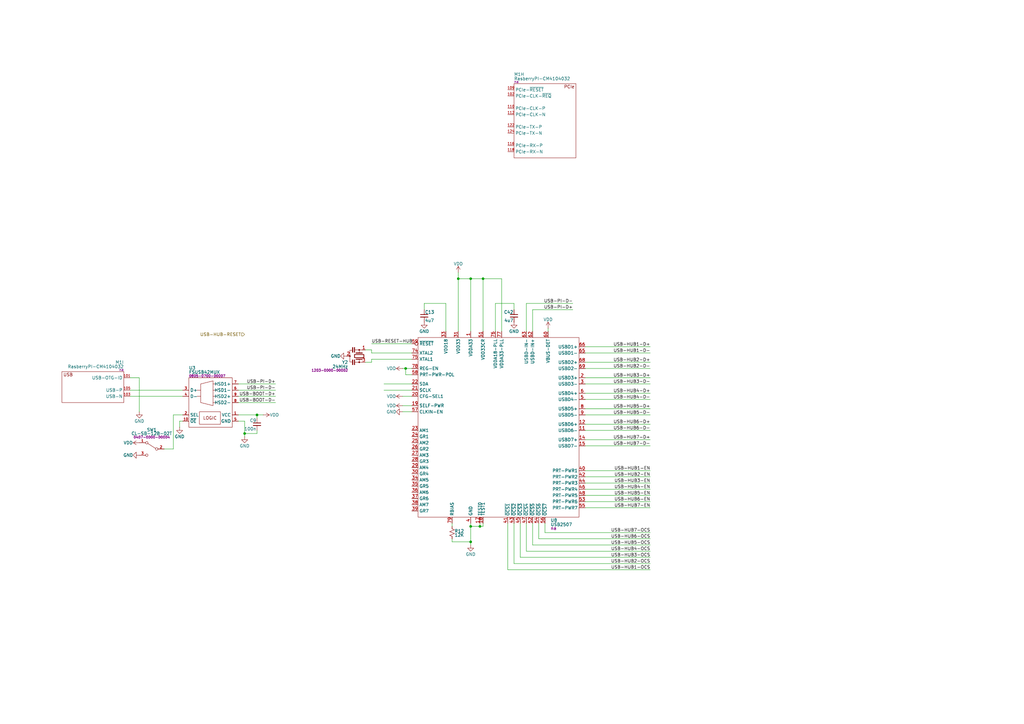
<source format=kicad_sch>
(kicad_sch (version 20231120) (generator "eeschema") (generator_version "8.0")
  (paper "A3")
  (title_block (title "Benchy Motherboard Ras PI - PCIe & USB") (rev "1") (company "Daxxn Industries"))
  (lib_symbols
    (symbol "DX_Control_Slide:CL-SB-12B-02T" (pin_names hide)
      (property "Reference" "SW" (at 0 7.874 0))
      (property "Value" "CL-SB-12B-02T" (at 0 6.35 0))
      (property "PartNumber" "0407-0000-00004" (at 0 4.826 0))
      (symbol "CL-SB-12B-02T_0_0"
        (circle (center -2.032 0) (radius 0.508))
        (circle (center 2.032 -2.54) (radius 0.508))
        (pin passive line (at 5.08 2.54 180) (length 2.54) (name "A") (number "1"))
        (pin passive line (at -5.08 0 0) (length 2.54) (name "COM") (number "2"))
        (pin passive line (at 5.08 -2.54 180) (length 2.54) (name "B") (number "3"))
      )
      (symbol "CL-SB-12B-02T_0_1"
        (polyline (pts (xy -1.524 0.254) (xy 1.651 2.286)))
        (circle (center 2.032 2.54) (radius 0.508))
      )
    )
    (symbol "DX_Device:C" (pin_numbers hide) (pin_names (offset 0.254) hide)
      (property "Reference" "C" (at 0.254 1.524 0))
      (property "Value" "C" (at 0.254 -1.905 0))
      (symbol "C_0_1"
        (polyline (pts (xy -1.524 -0.508) (xy 1.524 -0.508)) (stroke (width 0.3302)))
        (polyline (pts (xy -1.524 0.508) (xy 1.524 0.508)) (stroke (width 0.3048)))
      )
      (symbol "C_1_1"
        (pin passive line (at 0 2.54 270) (length 2.032) (name "~") (number "1"))
        (pin passive line (at 0 -2.54 90) (length 2.032) (name "~") (number "2"))
      )
    )
    (symbol "DX_Device:R" (pin_numbers hide) (pin_names (offset 0.254) hide)
      (property "Reference" "R" (at 1.016 0.635 0))
      (property "Value" "R" (at 1.016 -1.016 0))
      (symbol "R_1_1"
        (polyline (pts (xy 0 0) (xy 1.016 -0.381) (xy 0 -0.762) (xy -1.016 -1.143) (xy 0 -1.524)))
        (polyline (pts (xy 0 1.524) (xy 1.016 1.143) (xy 0 0.762) (xy -1.016 0.381) (xy 0 0)))
        (pin passive line (at 0 2.54 270) (length 1.016) (name "~") (number "1"))
        (pin passive line (at 0 -2.54 90) (length 1.016) (name "~") (number "2"))
      )
    )
    (symbol "DX_IC_Interface_USB:FSUSB42MUX"
      (property "Reference" "U" (at 0 4.064 0))
      (property "Value" "FSUSB42MUX" (at 0 2.286 0))
      (property "PartNumber" "0805-0700-00007" (at 0 0.762 0))
      (symbol "FSUSB42MUX_0_0"
        (pin power_in line (at 20.32 -15.24 180) (length 2.54) (name "VCC") (number "1"))
        (pin input line (at -2.54 -17.78 0) (length 2.54) (name "~{OE}") (number "10"))
        (pin input line (at -2.54 -15.24 0) (length 2.54) (name "SEL") (number "2"))
        (pin bidirectional line (at -2.54 -5.08 0) (length 2.54) (name "D+") (number "3"))
        (pin bidirectional line (at -2.54 -7.62 0) (length 2.54) (name "D-") (number "4"))
        (pin power_in line (at 20.32 -17.78 180) (length 2.54) (name "GND") (number "5"))
        (pin bidirectional line (at 20.32 -5.08 180) (length 2.54) (name "HSD1-") (number "6"))
        (pin bidirectional line (at 20.32 -2.54 180) (length 2.54) (name "HSD1+") (number "7"))
        (pin bidirectional line (at 20.32 -10.16 180) (length 2.54) (name "HSD2-") (number "8"))
        (pin bidirectional line (at 20.32 -7.62 180) (length 2.54) (name "HSD2+") (number "9"))
      )
      (symbol "FSUSB42MUX_0_1"
        (polyline (pts (xy 4.826 -7.62) (xy 3.302 -7.62)))
        (polyline (pts (xy 4.826 -5.08) (xy 3.302 -5.08)))
        (polyline (pts (xy 11.43 -10.16) (xy 9.906 -10.16)))
        (polyline (pts (xy 11.43 -7.62) (xy 9.906 -7.62)))
        (polyline (pts (xy 11.43 -5.08) (xy 9.906 -5.08)))
        (polyline (pts (xy 11.43 -2.54) (xy 9.906 -2.54)))
        (polyline (pts (xy 9.906 -1.27) (xy 9.906 -11.43) (xy 4.826 -10.16) (xy 4.826 -2.54) (xy 9.906 -1.27)))
        (rectangle (start 0 0) (end 17.78 -20.32))
        (rectangle (start 4.318 -13.97) (end 12.954 -19.05))
      )
      (symbol "FSUSB42MUX_1_1"
        (text "LOGIC" (at 8.636 -16.51 0) (effects (font (size 1.27 1.27))))
      )
    )
    (symbol "DX_IC_Interface_USB:USB2507"
      (property "Reference" "U" (at 21.336 -39.37 0))
      (property "Value" "USB2507" (at 21.336 -41.148 0))
      (property "PartNumber" "na" (at 21.336 -42.672 0))
      (symbol "USB2507_0_0"
        (pin power_in line (at -11.43 38.1 270) (length 2.54) (name "VDDA33") (number "1"))
        (pin power_in line (at -11.43 -40.64 90) (length 2.54) hide (name "GND") (number "10"))
        (pin bidirectional line (at 35.56 -2.54 180) (length 2.54) (name "USBD6-") (number "11"))
        (pin bidirectional line (at 35.56 0 180) (length 2.54) (name "USBD6+") (number "12"))
        (pin power_in line (at -11.43 38.1 270) (length 2.54) hide (name "VDDA33") (number "13"))
        (pin bidirectional line (at 35.56 -6.35 180) (length 2.54) (name "USBD7+") (number "14"))
        (pin bidirectional line (at 35.56 -8.89 180) (length 2.54) (name "USBD7-") (number "15"))
        (pin power_in line (at -11.43 -40.64 90) (length 2.54) hide (name "GND") (number "16"))
        (pin free line (at -7.62 -40.64 90) (length 2.54) (name "TEST0") (number "17"))
        (pin free line (at -6.35 -40.64 90) (length 2.54) (name "TEST1") (number "18"))
        (pin input line (at -35.56 7.62 0) (length 2.54) (name "SELF-PWR") (number "19"))
        (pin bidirectional line (at 35.56 19.05 180) (length 2.54) (name "USBD3+") (number "2"))
        (pin input line (at -35.56 11.43 0) (length 2.54) (name "CFG-SEL1") (number "20"))
        (pin bidirectional line (at -35.56 13.97 0) (length 2.54) (name "SCLK") (number "21"))
        (pin bidirectional line (at -35.56 16.51 0) (length 2.54) (name "SDA") (number "22"))
        (pin output line (at -35.56 -2.54 0) (length 2.54) (name "AM1") (number "23"))
        (pin output line (at -35.56 -5.08 0) (length 2.54) (name "GR1") (number "24"))
        (pin output line (at -35.56 -7.62 0) (length 2.54) (name "AM2") (number "25"))
        (pin output line (at -35.56 -10.16 0) (length 2.54) (name "GR2") (number "26"))
        (pin output line (at -35.56 -12.7 0) (length 2.54) (name "AM3") (number "27"))
        (pin output line (at -35.56 -15.24 0) (length 2.54) (name "GR3") (number "28"))
        (pin output line (at -35.56 -17.78 0) (length 2.54) (name "AM4") (number "29"))
        (pin bidirectional line (at 35.56 16.51 180) (length 2.54) (name "USBD3-") (number "3"))
        (pin output line (at -35.56 -20.32 0) (length 2.54) (name "GR4") (number "30"))
        (pin power_in line (at -16.51 38.1 270) (length 2.54) (name "VDD33") (number "31"))
        (pin power_in line (at -11.43 -40.64 90) (length 2.54) hide (name "GND") (number "32"))
        (pin power_in line (at -21.59 38.1 270) (length 2.54) (name "VDD18") (number "33"))
        (pin output line (at -35.56 -22.86 0) (length 2.54) (name "AM5") (number "34"))
        (pin output line (at -35.56 -25.4 0) (length 2.54) (name "GR5") (number "35"))
        (pin output line (at -35.56 -27.94 0) (length 2.54) (name "AM6") (number "36"))
        (pin output line (at -35.56 -30.48 0) (length 2.54) (name "GR6") (number "37"))
        (pin output line (at -35.56 -33.02 0) (length 2.54) (name "AM7") (number "38"))
        (pin output line (at -35.56 -35.56 0) (length 2.54) (name "GR7") (number "39"))
        (pin power_in line (at -11.43 -40.64 90) (length 2.54) (name "GND") (number "4"))
        (pin output line (at 35.56 -19.05 180) (length 2.54) (name "PRT-PWR1") (number "40"))
        (pin input line (at 3.81 -40.64 90) (length 2.54) (name "~{OCS1}") (number "41"))
        (pin output line (at 35.56 -21.59 180) (length 2.54) (name "PRT-PWR2") (number "42"))
        (pin input line (at 6.35 -40.64 90) (length 2.54) (name "~{OCS2}") (number "43"))
        (pin output line (at 35.56 -24.13 180) (length 2.54) (name "PRT-PWR3") (number "44"))
        (pin input line (at 8.89 -40.64 90) (length 2.54) (name "~{OCS3}") (number "45"))
        (pin output line (at 35.56 -26.67 180) (length 2.54) (name "PRT-PWR4") (number "46"))
        (pin input line (at 11.43 -40.64 90) (length 2.54) (name "~{OCS4}") (number "47"))
        (pin output line (at 35.56 -29.21 180) (length 2.54) (name "PRT-PWR5") (number "48"))
        (pin power_in line (at -11.43 -40.64 90) (length 2.54) hide (name "GND") (number "49"))
        (pin bidirectional line (at 35.56 10.16 180) (length 2.54) (name "USBD4-") (number "5"))
        (pin power_in line (at -21.59 38.1 270) (length 2.54) hide (name "VDD18") (number "50"))
        (pin power_in line (at -6.35 38.1 270) (length 2.54) (name "VDD33CR") (number "51"))
        (pin input line (at 13.97 -40.64 90) (length 2.54) (name "~{OCS5}") (number "52"))
        (pin output line (at 35.56 -31.75 180) (length 2.54) (name "PRT-PWR6") (number "53"))
        (pin input line (at 16.51 -40.64 90) (length 2.54) (name "~{OCS6}") (number "54"))
        (pin output line (at 35.56 -34.29 180) (length 2.54) (name "PRT-PWR7") (number "55"))
        (pin input line (at 19.05 -40.64 90) (length 2.54) (name "~{OCS7}") (number "56"))
        (pin input line (at -35.56 5.08 0) (length 2.54) (name "CLKIN-EN") (number "57"))
        (pin input line (at -35.56 20.32 0) (length 2.54) (name "PRT-PWR-POL") (number "58"))
        (pin input inverted (at -35.56 33.02 0) (length 2.54) (name "~{RESET}") (number "59"))
        (pin bidirectional line (at 35.56 12.7 180) (length 2.54) (name "USBD4+") (number "6"))
        (pin input line (at 20.32 38.1 270) (length 2.54) (name "VBUS-DET") (number "60"))
        (pin power_in line (at -11.43 38.1 270) (length 2.54) hide (name "VDDA33") (number "61"))
        (pin bidirectional line (at 13.97 38.1 270) (length 2.54) (name "USBD-IN+") (number "62"))
        (pin bidirectional line (at 11.43 38.1 270) (length 2.54) (name "USBD-IN-") (number "63"))
        (pin power_in line (at -11.43 -40.64 90) (length 2.54) hide (name "GND") (number "64"))
        (pin bidirectional line (at 35.56 29.21 180) (length 2.54) (name "USBD1-") (number "65"))
        (pin bidirectional line (at 35.56 31.75 180) (length 2.54) (name "USBD1+") (number "66"))
        (pin power_in line (at -11.43 38.1 270) (length 2.54) hide (name "VDDA33") (number "67"))
        (pin bidirectional line (at 35.56 25.4 180) (length 2.54) (name "USBD2+") (number "68"))
        (pin bidirectional line (at 35.56 22.86 180) (length 2.54) (name "USBD2-") (number "69"))
        (pin power_in line (at -11.43 38.1 270) (length 2.54) hide (name "VDDA33") (number "7"))
        (pin power_in line (at -11.43 -40.64 90) (length 2.54) hide (name "GND") (number "70"))
        (pin power_in line (at -11.43 -40.64 90) (length 2.54) hide (name "GND") (number "71"))
        (pin power_in line (at -21.59 38.1 270) (length 2.54) hide (name "VDD18") (number "72"))
        (pin power_in line (at -11.43 -40.64 90) (length 2.54) hide (name "GND") (number "73"))
        (pin input line (at -35.56 29.21 0) (length 2.54) (name "XTAL2") (number "74"))
        (pin input line (at -35.56 26.67 0) (length 2.54) (name "XTAL1") (number "75"))
        (pin power_in line (at -1.27 38.1 270) (length 2.54) (name "VDDA18-PLL") (number "76"))
        (pin power_in line (at 1.27 38.1 270) (length 2.54) (name "VDDA33-PLL") (number "77"))
        (pin input line (at -35.56 22.86 0) (length 2.54) (name "REG-EN") (number "78"))
        (pin power_out line (at -19.05 -40.64 90) (length 2.54) (name "RBIAS") (number "79"))
        (pin bidirectional line (at 35.56 6.35 180) (length 2.54) (name "USBD5+") (number "8"))
        (pin power_in line (at -11.43 -40.64 90) (length 2.54) hide (name "GND") (number "80"))
        (pin bidirectional line (at 35.56 3.81 180) (length 2.54) (name "USBD5-") (number "9"))
      )
      (symbol "USB2507_0_1"
        (rectangle (start -33.02 35.56) (end 33.02 -38.1))
      )
    )
    (symbol "DX_Module_PI:RPI-CM4104032"
      (property "Reference" "M" (at 0 3.81 0))
      (property "Value" "RasberryPI-CM4104032" (at 0 2.032 0))
      (property "PartNumber" "na" (at 0 0.762 0))
      (symbol "RPI-CM4104032_1_0"
        (pin power_in line (at -2.54 -48.26 0) (length 2.54) (name "GND") (number "1"))
        (pin input line (at 53.34 -2.54 180) (length 2.54) (name "~{EXT-RESET}") (number "100"))
        (pin no_connect line (at 20.32 -15.24 0) (length 2.54) hide (name "Reserved") (number "104"))
        (pin no_connect line (at 20.32 -17.78 0) (length 2.54) hide (name "Reserved") (number "106"))
        (pin power_in line (at -2.54 -48.26 0) (length 2.54) hide (name "GND") (number "107"))
        (pin power_in line (at -2.54 -48.26 0) (length 2.54) hide (name "GND") (number "108"))
        (pin bidirectional line (at -2.54 -30.48 0) (length 2.54) (name "VDAC-COMP") (number "111"))
        (pin power_in line (at -2.54 -48.26 0) (length 2.54) hide (name "GND") (number "113"))
        (pin power_in line (at -2.54 -48.26 0) (length 2.54) hide (name "GND") (number "114"))
        (pin power_in line (at -2.54 -48.26 0) (length 2.54) hide (name "GND") (number "119"))
        (pin power_in line (at -2.54 -48.26 0) (length 2.54) hide (name "GND") (number "120"))
        (pin power_in line (at -2.54 -48.26 0) (length 2.54) hide (name "GND") (number "125"))
        (pin power_in line (at -2.54 -48.26 0) (length 2.54) hide (name "GND") (number "126"))
        (pin power_in line (at -2.54 -48.26 0) (length 2.54) hide (name "GND") (number "13"))
        (pin power_in line (at -2.54 -48.26 0) (length 2.54) hide (name "GND") (number "131"))
        (pin power_in line (at -2.54 -48.26 0) (length 2.54) hide (name "GND") (number "132"))
        (pin power_in line (at -2.54 -48.26 0) (length 2.54) hide (name "GND") (number "137"))
        (pin power_in line (at -2.54 -48.26 0) (length 2.54) hide (name "GND") (number "138"))
        (pin power_in line (at -2.54 -48.26 0) (length 2.54) hide (name "GND") (number "14"))
        (pin power_in line (at -2.54 -48.26 0) (length 2.54) hide (name "GND") (number "144"))
        (pin power_in line (at -2.54 -48.26 0) (length 2.54) hide (name "GND") (number "150"))
        (pin power_in line (at -2.54 -48.26 0) (length 2.54) hide (name "GND") (number "155"))
        (pin power_in line (at -2.54 -48.26 0) (length 2.54) hide (name "GND") (number "156"))
        (pin power_in line (at -2.54 -48.26 0) (length 2.54) hide (name "GND") (number "161"))
        (pin power_in line (at -2.54 -48.26 0) (length 2.54) hide (name "GND") (number "162"))
        (pin power_in line (at -2.54 -48.26 0) (length 2.54) hide (name "GND") (number "167"))
        (pin power_in line (at -2.54 -48.26 0) (length 2.54) hide (name "GND") (number "168"))
        (pin power_in line (at -2.54 -48.26 0) (length 2.54) hide (name "GND") (number "173"))
        (pin power_in line (at -2.54 -48.26 0) (length 2.54) hide (name "GND") (number "174"))
        (pin power_in line (at -2.54 -48.26 0) (length 2.54) hide (name "GND") (number "179"))
        (pin power_in line (at -2.54 -48.26 0) (length 2.54) hide (name "GND") (number "180"))
        (pin power_in line (at -2.54 -48.26 0) (length 2.54) hide (name "GND") (number "185"))
        (pin power_in line (at -2.54 -48.26 0) (length 2.54) hide (name "GND") (number "186"))
        (pin power_in line (at -2.54 -48.26 0) (length 2.54) hide (name "GND") (number "191"))
        (pin power_in line (at -2.54 -48.26 0) (length 2.54) hide (name "GND") (number "192"))
        (pin power_in line (at -2.54 -48.26 0) (length 2.54) hide (name "GND") (number "197"))
        (pin power_in line (at -2.54 -48.26 0) (length 2.54) hide (name "GND") (number "198"))
        (pin power_in line (at -2.54 -48.26 0) (length 2.54) hide (name "GND") (number "2"))
        (pin output line (at 53.34 -40.64 180) (length 2.54) (name "EEPROM-~{WP}") (number "20"))
        (pin output line (at 53.34 -35.56 180) (length 2.54) (name "PI-~{LED-ACT}") (number "21"))
        (pin power_in line (at -2.54 -48.26 0) (length 2.54) hide (name "GND") (number "22"))
        (pin power_in line (at -2.54 -48.26 0) (length 2.54) hide (name "GND") (number "23"))
        (pin power_in line (at -2.54 -48.26 0) (length 2.54) hide (name "GND") (number "32"))
        (pin power_in line (at -2.54 -48.26 0) (length 2.54) hide (name "GND") (number "33"))
        (pin power_in line (at -2.54 -48.26 0) (length 2.54) hide (name "GND") (number "42"))
        (pin power_in line (at -2.54 -48.26 0) (length 2.54) hide (name "GND") (number "43"))
        (pin power_in line (at -2.54 -48.26 0) (length 2.54) hide (name "GND") (number "52"))
        (pin power_in line (at -2.54 -48.26 0) (length 2.54) hide (name "GND") (number "53"))
        (pin power_in line (at -2.54 -48.26 0) (length 2.54) hide (name "GND") (number "59"))
        (pin power_in line (at -2.54 -48.26 0) (length 2.54) hide (name "GND") (number "60"))
        (pin power_in line (at -2.54 -48.26 0) (length 2.54) hide (name "GND") (number "65"))
        (pin power_in line (at -2.54 -48.26 0) (length 2.54) hide (name "GND") (number "66"))
        (pin power_in line (at -2.54 -48.26 0) (length 2.54) hide (name "GND") (number "7"))
        (pin power_in line (at -2.54 -48.26 0) (length 2.54) hide (name "GND") (number "71"))
        (pin input line (at -2.54 -35.56 0) (length 2.54) (name "SD-VDD-OVERRIDE") (number "73"))
        (pin power_in line (at -2.54 -48.26 0) (length 2.54) hide (name "GND") (number "74"))
        (pin input line (at -2.54 -38.1 0) (length 2.54) (name "SD-PWR-ON") (number "75"))
        (pin no_connect line (at 20.32 -12.7 0) (length 2.54) hide (name "Reserved") (number "76"))
        (pin power_in line (at -2.54 -2.54 0) (length 2.54) hide (name "+5VIN") (number "77"))
        (pin input line (at -2.54 -17.78 0) (length 2.54) (name "GPIO-VREF") (number "78"))
        (pin power_in line (at -2.54 -2.54 0) (length 2.54) (name "+5VIN") (number "79"))
        (pin power_in line (at -2.54 -48.26 0) (length 2.54) hide (name "GND") (number "8"))
        (pin power_in line (at -2.54 -2.54 0) (length 2.54) hide (name "+5VIN") (number "81"))
        (pin power_in line (at -2.54 -2.54 0) (length 2.54) hide (name "+5VIN") (number "83"))
        (pin power_out line (at -2.54 -7.62 0) (length 2.54) (name "CM4-3.3V") (number "84"))
        (pin power_in line (at -2.54 -2.54 0) (length 2.54) hide (name "+5VIN") (number "85"))
        (pin power_out line (at -2.54 -7.62 0) (length 2.54) hide (name "CM4-3.3V") (number "86"))
        (pin power_in line (at -2.54 -2.54 0) (length 2.54) hide (name "+5VIN") (number "87"))
        (pin power_out line (at -2.54 -12.7 0) (length 2.54) (name "CM4-1.8V") (number "88"))
        (pin input line (at 53.34 -7.62 180) (length 2.54) (name "WL-~{DISABLE}") (number "89"))
        (pin power_out line (at -2.54 -12.7 0) (length 2.54) hide (name "CM4-1.8V") (number "90"))
        (pin input line (at 53.34 -10.16 180) (length 2.54) (name "BT-~{Disable}") (number "91"))
        (pin bidirectional line (at 53.34 -17.78 180) (length 2.54) (name "RUN-PG") (number "92"))
        (pin input line (at 53.34 -15.24 180) (length 2.54) (name "~{RPIBOOT}") (number "93"))
        (pin input line (at 53.34 -50.8 180) (length 2.54) (name "AnalogIP1") (number "94"))
        (pin input line (at 53.34 -33.02 180) (length 2.54) (name "PI-LED-~{PWR}") (number "95"))
        (pin input line (at 53.34 -48.26 180) (length 2.54) (name "AnalogIP0") (number "96"))
        (pin input line (at 53.34 -27.94 180) (length 2.54) (name "Camera-GPIO") (number "97"))
        (pin power_in line (at -2.54 -48.26 0) (length 2.54) hide (name "GND") (number "98"))
        (pin input line (at 53.34 -22.86 180) (length 2.54) (name "GLOBAL-EN") (number "99"))
        (pin power_in line (at -2.54 -50.8 0) (length 2.54) (name "SHIELD") (number "SH"))
      )
      (symbol "RPI-CM4104032_1_1"
        (rectangle (start 0 0) (end 50.8 -53.34))
        (text "POWER\n&\nCONTROL" (at 25.4 -3.556 0) (effects (font (size 1.27 1.27))))
      )
      (symbol "RPI-CM4104032_2_0"
        (pin output line (at -2.54 -25.4 0) (length 2.54) (name "SD-CLK") (number "57"))
        (pin bidirectional line (at -2.54 -10.16 0) (length 2.54) (name "SD-DAT3") (number "61"))
        (pin output line (at -2.54 -27.94 0) (length 2.54) (name "SD-CMD") (number "62"))
        (pin bidirectional line (at -2.54 -2.54 0) (length 2.54) (name "SD-DAT0") (number "63"))
        (pin bidirectional line (at -2.54 -15.24 0) (length 2.54) (name "SD-DAT5") (number "64"))
        (pin bidirectional line (at -2.54 -5.08 0) (length 2.54) (name "SD-DAT1") (number "67"))
        (pin bidirectional line (at -2.54 -12.7 0) (length 2.54) (name "SD-DAT4") (number "68"))
        (pin bidirectional line (at -2.54 -7.62 0) (length 2.54) (name "SD-DAT2") (number "69"))
        (pin bidirectional line (at -2.54 -20.32 0) (length 2.54) (name "SD-DAT7") (number "70"))
        (pin bidirectional line (at -2.54 -17.78 0) (length 2.54) (name "SD-DAT6") (number "72"))
      )
      (symbol "RPI-CM4104032_2_1"
        (rectangle (start 0 0) (end 25.4 -30.48))
        (text "ONLY FOR THE CM4Lite (NO STORAGE)" (at 12.7 -29.718 0) (effects (font (size 0.8 0.8))))
        (text "SDCARD\neMMC" (at 24.892 -2.54 0) (effects (font (size 1.27 1.27)) (justify right)))
      )
      (symbol "RPI-CM4104032_3_0"
        (pin bidirectional line (at -2.54 -5.08 0) (length 2.54) (name "ETH-P0-N") (number "10"))
        (pin bidirectional line (at -2.54 -17.78 0) (length 2.54) (name "ETH-P2-P") (number "11"))
        (pin bidirectional line (at -2.54 -2.54 0) (length 2.54) (name "ETH-P0-P") (number "12"))
        (pin output line (at -2.54 -45.72 0) (length 2.54) (name "ETH-~{LED3}") (number "15"))
        (pin input line (at -2.54 -33.02 0) (length 2.54) (name "ETH-SYNC-IN") (number "16"))
        (pin output line (at -2.54 -43.18 0) (length 2.54) (name "ETH-~{LED2}") (number "17"))
        (pin output line (at -2.54 -35.56 0) (length 2.54) (name "ETH-SYNC-OUT") (number "18"))
        (pin output line (at -2.54 -40.64 0) (length 2.54) (name "ETH-~{LED1}") (number "19"))
        (pin bidirectional line (at -2.54 -25.4 0) (length 2.54) (name "ETH-P3-P") (number "3"))
        (pin bidirectional line (at -2.54 -10.16 0) (length 2.54) (name "ETH-P1-P") (number "4"))
        (pin bidirectional line (at -2.54 -27.94 0) (length 2.54) (name "ETH-P3-N") (number "5"))
        (pin bidirectional line (at -2.54 -12.7 0) (length 2.54) (name "ETH-P1-N") (number "6"))
        (pin bidirectional line (at -2.54 -20.32 0) (length 2.54) (name "ETH-P2-N") (number "9"))
      )
      (symbol "RPI-CM4104032_3_1"
        (rectangle (start 0 0) (end 25.4 -48.26))
        (text "ETHERNET PHY" (at 24.892 -1.524 0) (effects (font (size 1.27 1.27)) (justify right)))
      )
      (symbol "RPI-CM4104032_4_0"
        (pin bidirectional line (at -2.54 -68.58 0) (length 2.54) (name "GPIO26") (number "24"))
        (pin bidirectional line (at -2.54 -55.88 0) (length 2.54) (name "GPIO21") (number "25") (alternate "SPI6_SCLK" bidirectional line))
        (pin bidirectional line (at -2.54 -50.8 0) (length 2.54) (name "GPIO19") (number "26") (alternate "PWM0_1" bidirectional line) (alternate "SPI6_MISO" bidirectional line))
        (pin bidirectional line (at -2.54 -53.34 0) (length 2.54) (name "GPIO20") (number "27") (alternate "SPI6_MOSI" bidirectional line))
        (pin bidirectional line (at -2.54 -35.56 0) (length 2.54) (name "GPIO13") (number "28") (alternate "PWM0_1" bidirectional line))
        (pin bidirectional line (at -2.54 -43.18 0) (length 2.54) (name "GPIO16") (number "29"))
        (pin bidirectional line (at -2.54 -17.78 0) (length 2.54) (name "GPIO6") (number "30"))
        (pin bidirectional line (at -2.54 -33.02 0) (length 2.54) (name "GPIO12") (number "31") (alternate "PWM0_0" bidirectional line))
        (pin bidirectional line (at -2.54 -15.24 0) (length 2.54) (name "GPIO5") (number "34") (alternate "RXD3" bidirectional line))
        (pin output line (at -2.54 -76.2 0) (length 2.54) (name "ID-SC") (number "35"))
        (pin bidirectional line (at -2.54 -78.74 0) (length 2.54) (name "ID-SD") (number "36"))
        (pin bidirectional line (at -2.54 -20.32 0) (length 2.54) (name "GPIO7") (number "37"))
        (pin bidirectional line (at -2.54 -30.48 0) (length 2.54) (name "GPIO11") (number "38"))
        (pin bidirectional line (at -2.54 -22.86 0) (length 2.54) (name "GPIO8") (number "39") (alternate "TXD4" bidirectional line))
        (pin bidirectional line (at -2.54 -25.4 0) (length 2.54) (name "GPIO9") (number "40") (alternate "RXD4" bidirectional line))
        (pin bidirectional line (at -2.54 -66.04 0) (length 2.54) (name "GPIO25") (number "41"))
        (pin bidirectional line (at -2.54 -27.94 0) (length 2.54) (name "GPIO10") (number "44"))
        (pin bidirectional line (at -2.54 -63.5 0) (length 2.54) (name "GPIO24") (number "45"))
        (pin bidirectional line (at -2.54 -58.42 0) (length 2.54) (name "GPIO22") (number "46"))
        (pin bidirectional line (at -2.54 -60.96 0) (length 2.54) (name "GPIO23") (number "47"))
        (pin bidirectional line (at -2.54 -71.12 0) (length 2.54) (name "GPIO27") (number "48"))
        (pin bidirectional line (at -2.54 -48.26 0) (length 2.54) (name "GPIO18") (number "49") (alternate "PWM0_0" bidirectional line) (alternate "SPI6_CE0_N" bidirectional line))
        (pin bidirectional line (at -2.54 -45.72 0) (length 2.54) (name "GPIO17") (number "50"))
        (pin bidirectional line (at -2.54 -40.64 0) (length 2.54) (name "GPIO15") (number "51") (alternate "RXD0" bidirectional line))
        (pin bidirectional line (at -2.54 -12.7 0) (length 2.54) (name "GPIO4") (number "54") (alternate "TXD3" bidirectional line))
        (pin bidirectional line (at -2.54 -38.1 0) (length 2.54) (name "GPIO14") (number "55") (alternate "TXD0" bidirectional line))
        (pin bidirectional line (at -2.54 -10.16 0) (length 2.54) (name "GPIO3") (number "56"))
        (pin bidirectional line (at -2.54 -7.62 0) (length 2.54) (name "GPIO2") (number "58"))
        (pin bidirectional line (at -2.54 -5.08 0) (length 2.54) (name "GPIO1") (number "80") (alternate "SCL0" bidirectional line))
        (pin bidirectional line (at -2.54 -2.54 0) (length 2.54) (name "GPIO0") (number "82") (alternate "SDA0" bidirectional line))
      )
      (symbol "RPI-CM4104032_4_1"
        (rectangle (start 0 0) (end 25.4 -86.36))
        (text "GPIO" (at 24.892 -1.524 0) (effects (font (size 1.27 1.27)) (justify right)))
      )
      (symbol "RPI-CM4104032_5_0"
        (pin bidirectional line (at -2.54 -27.94 0) (length 2.54) (name "CAM1-D0-N") (number "115"))
        (pin bidirectional line (at -2.54 -25.4 0) (length 2.54) (name "CAM1-D0-P") (number "117"))
        (pin bidirectional line (at -2.54 -35.56 0) (length 2.54) (name "CAM1-D1-N") (number "121"))
        (pin bidirectional line (at -2.54 -33.02 0) (length 2.54) (name "CAM1-D1-P") (number "123"))
        (pin bidirectional line (at -2.54 -58.42 0) (length 2.54) (name "CAM1-C-N") (number "127"))
        (pin bidirectional line (at -2.54 -5.08 0) (length 2.54) (name "CAM0-D0-N") (number "128"))
        (pin bidirectional line (at -2.54 -55.88 0) (length 2.54) (name "CAM1-C-P") (number "129"))
        (pin bidirectional line (at -2.54 -2.54 0) (length 2.54) (name "CAM0-D0-P") (number "130"))
        (pin bidirectional line (at -2.54 -43.18 0) (length 2.54) (name "CAM1-D2-N") (number "133"))
        (pin bidirectional line (at -2.54 -12.7 0) (length 2.54) (name "CAM0-D1-N") (number "134"))
        (pin bidirectional line (at -2.54 -40.64 0) (length 2.54) (name "CAM1-D2-P") (number "135"))
        (pin bidirectional line (at -2.54 -10.16 0) (length 2.54) (name "CAM0-D1-P") (number "136"))
        (pin bidirectional line (at -2.54 -50.8 0) (length 2.54) (name "CAM1-D3-N") (number "139"))
        (pin bidirectional line (at -2.54 -20.32 0) (length 2.54) (name "CAM0-C-N") (number "140"))
        (pin bidirectional line (at -2.54 -48.26 0) (length 2.54) (name "CAM1-D3-P") (number "141"))
        (pin bidirectional line (at -2.54 -17.78 0) (length 2.54) (name "CAM0-C-P") (number "142"))
      )
      (symbol "RPI-CM4104032_5_1"
        (rectangle (start 0 0) (end 25.4 -60.96))
        (text "CAMERAS" (at 24.892 -1.524 0) (effects (font (size 1.27 1.27)) (justify right)))
      )
      (symbol "RPI-CM4104032_6_0"
        (pin bidirectional line (at -2.54 -12.7 0) (length 2.54) (name "DSI0-D0-N") (number "157"))
        (pin bidirectional line (at -2.54 -10.16 0) (length 2.54) (name "DSI0-D0-P") (number "159"))
        (pin bidirectional line (at -2.54 -20.32 0) (length 2.54) (name "DSI0-D1-N") (number "163"))
        (pin bidirectional line (at -2.54 -17.78 0) (length 2.54) (name "DSI0-D1-P") (number "165"))
        (pin output line (at -2.54 -5.08 0) (length 2.54) (name "DSI0-C-N") (number "169"))
        (pin output line (at -2.54 -2.54 0) (length 2.54) (name "DSI0-C-P") (number "171"))
        (pin bidirectional line (at -2.54 -35.56 0) (length 2.54) (name "DSI1-D0-N") (number "175"))
        (pin bidirectional line (at -2.54 -33.02 0) (length 2.54) (name "DSI1-D0-P") (number "177"))
        (pin bidirectional line (at -2.54 -43.18 0) (length 2.54) (name "DSI1-D1-N") (number "181"))
        (pin bidirectional line (at -2.54 -40.64 0) (length 2.54) (name "DSI1-D1-P") (number "183"))
        (pin output line (at -2.54 -27.94 0) (length 2.54) (name "DSI1-C-N") (number "187"))
        (pin output line (at -2.54 -25.4 0) (length 2.54) (name "DSI1-C-P") (number "189"))
        (pin bidirectional line (at -2.54 -50.8 0) (length 2.54) (name "DSI1-D2-N") (number "193"))
        (pin bidirectional line (at -2.54 -58.42 0) (length 2.54) (name "DSI1-D3-N") (number "194"))
        (pin bidirectional line (at -2.54 -48.26 0) (length 2.54) (name "DSI1-D2-P") (number "195"))
        (pin bidirectional line (at -2.54 -55.88 0) (length 2.54) (name "DSI1-D3-P") (number "196"))
      )
      (symbol "RPI-CM4104032_6_1"
        (rectangle (start 0 0) (end 25.4 -60.96))
        (text "DSI" (at 24.892 -1.524 0) (effects (font (size 1.27 1.27)) (justify right)))
      )
      (symbol "RPI-CM4104032_7_0"
        (pin input line (at 53.34 -33.02 180) (length 2.54) (name "HDMI1-HOTPLUG") (number "143"))
        (pin bidirectional line (at 53.34 -40.64 180) (length 2.54) (name "HDMI1-SDA") (number "145"))
        (pin bidirectional line (at 53.34 -25.4 180) (length 2.54) (name "HDMI1-TX2-P") (number "146"))
        (pin bidirectional line (at 53.34 -38.1 180) (length 2.54) (name "HDMI1-SCL") (number "147"))
        (pin bidirectional line (at 53.34 -27.94 180) (length 2.54) (name "HDMI1-TX2-N") (number "148"))
        (pin bidirectional line (at 53.34 -35.56 180) (length 2.54) (name "HDMI1-CEC") (number "149"))
        (pin bidirectional line (at -2.54 -35.56 0) (length 2.54) (name "HDMI0-CEC") (number "151"))
        (pin bidirectional line (at 53.34 -17.78 180) (length 2.54) (name "HDMI1-TX1-P") (number "152"))
        (pin input line (at -2.54 -33.02 0) (length 2.54) (name "HDMI0-HOTPLUG") (number "153"))
        (pin bidirectional line (at 53.34 -20.32 180) (length 2.54) (name "HDMI1-TX1-N") (number "154"))
        (pin bidirectional line (at 53.34 -10.16 180) (length 2.54) (name "HDMI1-TX0-P") (number "158"))
        (pin bidirectional line (at 53.34 -12.7 180) (length 2.54) (name "HDMI1-TX0-N") (number "160"))
        (pin bidirectional line (at 53.34 -2.54 180) (length 2.54) (name "HDMI1-CLK-P") (number "164"))
        (pin bidirectional line (at 53.34 -5.08 180) (length 2.54) (name "HDMI1-CLK-N") (number "166"))
        (pin bidirectional line (at -2.54 -25.4 0) (length 2.54) (name "HDMI0-TX2-P") (number "170"))
        (pin bidirectional line (at -2.54 -27.94 0) (length 2.54) (name "HDMI0-TX2-N") (number "172"))
        (pin bidirectional line (at -2.54 -17.78 0) (length 2.54) (name "HDMI0-TX1-P") (number "176"))
        (pin bidirectional line (at -2.54 -20.32 0) (length 2.54) (name "HDMI0-TX1-N") (number "178"))
        (pin bidirectional line (at -2.54 -10.16 0) (length 2.54) (name "HDMI0-TX0-P") (number "182"))
        (pin bidirectional line (at -2.54 -12.7 0) (length 2.54) (name "HDMI0-TX0-N") (number "184"))
        (pin bidirectional line (at -2.54 -2.54 0) (length 2.54) (name "HDMI0-CLK-P") (number "188"))
        (pin bidirectional line (at -2.54 -5.08 0) (length 2.54) (name "HDMI0-CLK-N") (number "190"))
        (pin bidirectional line (at -2.54 -40.64 0) (length 2.54) (name "HDMI0-SDA") (number "199"))
        (pin bidirectional line (at -2.54 -38.1 0) (length 2.54) (name "HDMI0-SCL") (number "200"))
      )
      (symbol "RPI-CM4104032_7_1"
        (rectangle (start 0 0) (end 50.8 -43.18))
        (text "HDMI" (at 25.4 -1.524 0) (effects (font (size 1.27 1.27))))
      )
      (symbol "RPI-CM4104032_8_0"
        (pin bidirectional line (at -2.54 -5.08 0) (length 2.54) (name "PCIe-CLK-~{REQ}") (number "102"))
        (pin output line (at -2.54 -2.54 0) (length 2.54) (name "PCIe-~{RESET}") (number "109"))
        (pin output line (at -2.54 -10.16 0) (length 2.54) (name "PCIe-CLK-P") (number "110"))
        (pin output line (at -2.54 -12.7 0) (length 2.54) (name "PCIe-CLK-N") (number "112"))
        (pin bidirectional line (at -2.54 -25.4 0) (length 2.54) (name "PCIe-RX-P") (number "116"))
        (pin bidirectional line (at -2.54 -27.94 0) (length 2.54) (name "PCIe-RX-N") (number "118"))
        (pin bidirectional line (at -2.54 -17.78 0) (length 2.54) (name "PCIe-TX-P") (number "122"))
        (pin bidirectional line (at -2.54 -20.32 0) (length 2.54) (name "PCIe-TX-N") (number "124"))
      )
      (symbol "RPI-CM4104032_8_1"
        (rectangle (start 0 0) (end 25.4 -30.48))
        (text "PCIe" (at 24.892 -1.27 0) (effects (font (size 1.27 1.27)) (justify right)))
      )
      (symbol "RPI-CM4104032_9_0"
        (pin input line (at -2.54 -2.54 0) (length 2.54) (name "USB-OTG-ID") (number "101"))
        (pin bidirectional line (at -2.54 -10.16 0) (length 2.54) (name "USB-N") (number "103"))
        (pin bidirectional line (at -2.54 -7.62 0) (length 2.54) (name "USB-P") (number "105"))
      )
      (symbol "RPI-CM4104032_9_1"
        (rectangle (start 0 0) (end 25.4 -12.7))
        (text "USB" (at 24.892 -1.27 0) (effects (font (size 1.27 1.27)) (justify right)))
      )
    )
    (symbol "DX_Oscillator_Resonator:CSTNE24M0VH3C000R0"
      (property "Reference" "Y" (at 4.318 0.762 0))
      (property "Value" "24MHz" (at 4.318 -1.016 0))
      (property "PartNumber" "1203-0000-00002" (at 4.318 -2.54 0))
      (symbol "CSTNE24M0VH3C000R0_0_1"
        (rectangle (start -3.556 -2.54) (end -1.524 -2.794) (fill (type outline)))
        (rectangle (start -3.556 -1.778) (end -1.524 -2.032) (fill (type outline)))
        (circle (center -2.54 0) (radius 0.254) (fill (type outline)))
        (rectangle (start -0.635 1.905) (end 0.635 -1.905) (stroke (width 0.3048)))
        (circle (center 0 -3.81) (radius 0.254) (fill (type outline)))
        (polyline (pts (xy -2.54 -1.778) (xy -2.54 0)))
        (polyline (pts (xy -2.54 0) (xy -1.397 0)))
        (polyline (pts (xy -2.54 1.27) (xy -2.54 0)))
        (polyline (pts (xy -1.27 -1.27) (xy -1.27 1.27)) (stroke (width 0.381)))
        (polyline (pts (xy 1.27 -1.27) (xy 1.27 1.27)) (stroke (width 0.381)))
        (polyline (pts (xy 1.27 0) (xy 2.54 0)))
        (polyline (pts (xy 2.54 0) (xy 2.54 -1.778)))
        (polyline (pts (xy 2.54 1.27) (xy 2.54 0)))
        (polyline (pts (xy 2.413 -2.794) (xy 2.413 -3.81) (xy -2.413 -3.81) (xy -2.413 -2.667)))
        (rectangle (start 1.524 -2.54) (end 3.556 -2.794) (fill (type outline)))
        (rectangle (start 1.524 -1.778) (end 3.556 -2.032) (fill (type outline)))
        (circle (center 2.54 0) (radius 0.254) (fill (type outline)))
      )
      (symbol "CSTNE24M0VH3C000R0_1_1"
        (pin passive line (at -2.54 2.54 270) (length 1.27) (name "1") (number "1"))
        (pin passive line (at 0 -5.08 90) (length 1.27) (name "2") (number "2"))
        (pin passive line (at 2.54 2.54 270) (length 1.27) (name "3") (number "3"))
      )
    )
    (symbol "power:GND" (power) (pin_numbers hide) (pin_names (offset 0) hide)
      (property "Value" "GND" (at 0 -3.81 0))
      (symbol "GND_0_1"
        (polyline (pts (xy 0 0) (xy 0 -1.27) (xy 1.27 -1.27) (xy 0 -2.54) (xy -1.27 -1.27) (xy 0 -1.27)))
      )
      (symbol "GND_1_1"
        (pin power_in line (at 0 0 270) (length 0) (name "~") (number "1"))
      )
    )
    (symbol "power:VDD" (power) (pin_numbers hide) (pin_names (offset 0) hide)
      (property "Value" "VDD" (at 0 3.556 0))
      (symbol "VDD_0_1"
        (polyline (pts (xy -0.762 1.27) (xy 0 2.54)))
        (polyline (pts (xy 0 0) (xy 0 2.54)))
        (polyline (pts (xy 0 2.54) (xy 0.762 1.27)))
      )
      (symbol "VDD_1_1"
        (pin power_in line (at 0 0 90) (length 0) (name "~") (number "1"))
      )
    )
  )
  (junction (at 166.37 151.13))
  (junction (at 196.85 215.9))
  (junction (at 193.04 222.25))
  (junction (at 100.33 177.8))
  (junction (at 193.04 114.3))
  (junction (at 193.04 215.9))
  (junction (at 187.96 114.3))
  (junction (at 198.12 114.3))
  (junction (at 105.41 170.18))
  (wire (pts (xy 223.52 218.44) (xy 266.7 218.44)))
  (wire (pts (xy 149.86 148.59) (xy 152.4 148.59)))
  (wire (pts (xy 193.04 215.9) (xy 193.04 214.63)))
  (wire (pts (xy 100.33 179.07) (xy 100.33 177.8)))
  (wire (pts (xy 198.12 114.3) (xy 193.04 114.3)))
  (wire (pts (xy 240.03 173.99) (xy 266.7 173.99)))
  (wire (pts (xy 240.03 151.13) (xy 266.7 151.13)))
  (wire (pts (xy 165.1 151.13) (xy 166.37 151.13)))
  (wire (pts (xy 224.79 135.89) (xy 224.79 134.62)))
  (wire (pts (xy 187.96 114.3) (xy 193.04 114.3)))
  (wire (pts (xy 187.96 111.76) (xy 187.96 114.3)))
  (wire (pts (xy 220.98 220.98) (xy 266.7 220.98)))
  (wire (pts (xy 100.33 172.72) (xy 97.79 172.72)))
  (wire (pts (xy 240.03 154.94) (xy 266.7 154.94)))
  (wire (pts (xy 213.36 228.6) (xy 266.7 228.6)))
  (wire (pts (xy 193.04 222.25) (xy 193.04 215.9)))
  (wire (pts (xy 113.03 160.02) (xy 97.79 160.02)))
  (wire (pts (xy 240.03 148.59) (xy 266.7 148.59)))
  (wire (pts (xy 198.12 214.63) (xy 198.12 215.9)))
  (wire (pts (xy 105.41 177.8) (xy 100.33 177.8)))
  (wire (pts (xy 240.03 144.78) (xy 266.7 144.78)))
  (wire (pts (xy 215.9 135.89) (xy 215.9 124.46)))
  (wire (pts (xy 165.1 162.56) (xy 168.91 162.56)))
  (wire (pts (xy 240.03 170.18) (xy 266.7 170.18)))
  (wire (pts (xy 220.98 214.63) (xy 220.98 220.98)))
  (wire (pts (xy 240.03 198.12) (xy 266.7 198.12)))
  (wire (pts (xy 152.4 148.59) (xy 152.4 147.32)))
  (wire (pts (xy 196.85 214.63) (xy 196.85 215.9)))
  (wire (pts (xy 165.1 168.91) (xy 168.91 168.91)))
  (wire (pts (xy 168.91 144.78) (xy 152.4 144.78)))
  (wire (pts (xy 196.85 215.9) (xy 198.12 215.9)))
  (wire (pts (xy 71.12 184.15) (xy 71.12 170.18)))
  (wire (pts (xy 168.91 153.67) (xy 166.37 153.67)))
  (wire (pts (xy 149.86 143.51) (xy 152.4 143.51)))
  (wire (pts (xy 157.48 157.48) (xy 168.91 157.48)))
  (wire (pts (xy 165.1 166.37) (xy 168.91 166.37)))
  (wire (pts (xy 185.42 222.25) (xy 193.04 222.25)))
  (wire (pts (xy 203.2 124.46) (xy 203.2 135.89)))
  (wire (pts (xy 113.03 157.48) (xy 97.79 157.48)))
  (wire (pts (xy 198.12 114.3) (xy 198.12 135.89)))
  (wire (pts (xy 74.93 172.72) (xy 73.66 172.72)))
  (wire (pts (xy 152.4 144.78) (xy 152.4 143.51)))
  (wire (pts (xy 218.44 127) (xy 218.44 135.89)))
  (wire (pts (xy 215.9 214.63) (xy 215.9 226.06)))
  (wire (pts (xy 240.03 161.29) (xy 266.7 161.29)))
  (wire (pts (xy 100.33 177.8) (xy 100.33 172.72)))
  (wire (pts (xy 113.03 162.56) (xy 97.79 162.56)))
  (wire (pts (xy 73.66 172.72) (xy 73.66 175.26)))
  (wire (pts (xy 240.03 163.83) (xy 266.7 163.83)))
  (wire (pts (xy 234.95 127) (xy 218.44 127)))
  (wire (pts (xy 152.4 140.97) (xy 168.91 140.97)))
  (wire (pts (xy 166.37 151.13) (xy 168.91 151.13)))
  (wire (pts (xy 210.82 214.63) (xy 210.82 231.14)))
  (wire (pts (xy 53.34 154.94) (xy 57.15 154.94)))
  (wire (pts (xy 213.36 214.63) (xy 213.36 228.6)))
  (wire (pts (xy 193.04 114.3) (xy 193.04 135.89)))
  (wire (pts (xy 210.82 124.46) (xy 203.2 124.46)))
  (wire (pts (xy 208.28 233.68) (xy 266.7 233.68)))
  (wire (pts (xy 107.95 170.18) (xy 105.41 170.18)))
  (wire (pts (xy 240.03 195.58) (xy 266.7 195.58)))
  (wire (pts (xy 113.03 165.1) (xy 97.79 165.1)))
  (wire (pts (xy 223.52 214.63) (xy 223.52 218.44)))
  (wire (pts (xy 105.41 170.18) (xy 105.41 171.45)))
  (wire (pts (xy 240.03 180.34) (xy 266.7 180.34)))
  (wire (pts (xy 185.42 214.63) (xy 185.42 215.9)))
  (wire (pts (xy 215.9 124.46) (xy 234.95 124.46)))
  (wire (pts (xy 240.03 157.48) (xy 266.7 157.48)))
  (wire (pts (xy 208.28 214.63) (xy 208.28 233.68)))
  (wire (pts (xy 152.4 147.32) (xy 168.91 147.32)))
  (wire (pts (xy 240.03 208.28) (xy 266.7 208.28)))
  (wire (pts (xy 105.41 176.53) (xy 105.41 177.8)))
  (wire (pts (xy 173.99 127) (xy 173.99 124.46)))
  (wire (pts (xy 240.03 193.04) (xy 266.7 193.04)))
  (wire (pts (xy 74.93 160.02) (xy 53.34 160.02)))
  (wire (pts (xy 218.44 214.63) (xy 218.44 223.52)))
  (wire (pts (xy 240.03 205.74) (xy 266.7 205.74)))
  (wire (pts (xy 218.44 223.52) (xy 266.7 223.52)))
  (wire (pts (xy 240.03 176.53) (xy 266.7 176.53)))
  (wire (pts (xy 173.99 124.46) (xy 182.88 124.46)))
  (wire (pts (xy 205.74 114.3) (xy 198.12 114.3)))
  (wire (pts (xy 187.96 135.89) (xy 187.96 114.3)))
  (wire (pts (xy 105.41 170.18) (xy 97.79 170.18)))
  (wire (pts (xy 210.82 231.14) (xy 266.7 231.14)))
  (wire (pts (xy 182.88 124.46) (xy 182.88 135.89)))
  (wire (pts (xy 240.03 200.66) (xy 266.7 200.66)))
  (wire (pts (xy 71.12 170.18) (xy 74.93 170.18)))
  (wire (pts (xy 166.37 151.13) (xy 166.37 153.67)))
  (wire (pts (xy 240.03 203.2) (xy 266.7 203.2)))
  (wire (pts (xy 240.03 142.24) (xy 266.7 142.24)))
  (wire (pts (xy 185.42 220.98) (xy 185.42 222.25)))
  (wire (pts (xy 215.9 226.06) (xy 266.7 226.06)))
  (wire (pts (xy 67.31 184.15) (xy 71.12 184.15)))
  (wire (pts (xy 205.74 135.89) (xy 205.74 114.3)))
  (wire (pts (xy 157.48 160.02) (xy 168.91 160.02)))
  (wire (pts (xy 240.03 167.64) (xy 266.7 167.64)))
  (wire (pts (xy 240.03 182.88) (xy 266.7 182.88)))
  (wire (pts (xy 193.04 222.25) (xy 193.04 223.52)))
  (wire (pts (xy 57.15 154.94) (xy 57.15 168.91)))
  (wire (pts (xy 210.82 127) (xy 210.82 124.46)))
  (wire (pts (xy 193.04 215.9) (xy 196.85 215.9)))
  (wire (pts (xy 74.93 162.56) (xy 53.34 162.56)))
  (label "USB-HUB7-D-" (at 266.7 182.88 180))
  (label "USB-HUB7-OCS" (at 266.7 218.44 180))
  (label "USB-HUB1-D+" (at 266.7 142.24 180))
  (label "USB-HUB5-EN" (at 266.7 203.2 180))
  (label "USB-PI-D+" (at 113.03 157.48 180))
  (label "USB-HUB2-EN" (at 266.7 195.58 180))
  (label "USB-HUB6-EN" (at 266.7 205.74 180))
  (label "USB-PI-D+" (at 234.95 127 180))
  (label "USB-HUB6-D-" (at 266.7 176.53 180))
  (label "USB-HUB7-D+" (at 266.7 180.34 180))
  (label "USB-HUB3-OCS" (at 266.7 228.6 180))
  (label "USB-HUB3-D-" (at 266.7 157.48 180))
  (label "USB-HUB2-D-" (at 266.7 151.13 180))
  (label "USB-BOOT-D-" (at 113.03 165.1 180))
  (label "USB-HUB5-OCS" (at 266.7 223.52 180))
  (label "USB-HUB7-EN" (at 266.7 208.28 180))
  (label "USB-HUB2-OCS" (at 266.7 231.14 180))
  (label "USB-PI-D-" (at 234.95 124.46 180))
  (label "USB-HUB4-OCS" (at 266.7 226.06 180))
  (label "USB-HUB2-D+" (at 266.7 148.59 180))
  (label "USB-HUB4-D-" (at 266.7 163.83 180))
  (label "USB-HUB6-D+" (at 266.7 173.99 180))
  (label "USB-BOOT-D+" (at 113.03 162.56 180))
  (label "USB-HUB4-D+" (at 266.7 161.29 180))
  (label "USB-HUB3-EN" (at 266.7 198.12 180))
  (label "USB-HUB1-EN" (at 266.7 193.04 180))
  (label "USB-PI-D-" (at 113.03 160.02 180))
  (label "USB-RESET-HUB" (at 152.4 140.97 0))
  (label "USB-HUB4-EN" (at 266.7 200.66 180))
  (label "USB-HUB5-D+" (at 266.7 167.64 180))
  (label "USB-HUB5-D-" (at 266.7 170.18 180))
  (label "USB-HUB1-D-" (at 266.7 144.78 180))
  (label "USB-HUB3-D+" (at 266.7 154.94 180))
  (label "USB-HUB6-OCS" (at 266.7 220.98 180))
  (label "USB-HUB1-OCS" (at 266.7 233.68 180))
  (hierarchical_label "USB-HUB-RESET" (shape input) (at 100.33 137.16 180))
  (symbol (lib_id "DX_Oscillator_Resonator:CSTNE24M0VH3C000R0") (at 147.32 146.05 270) (unit 1)
    (property "Reference" "Y2" (at 142.748 148.59 90) (effects (justify right)))
    (property "Value" "24MHz" (at 142.748 150.368 90) (effects (justify right)))
    (property "Footprint" "Daxxn_Passives:Resonator_SMD_3Pin_3.0x1.1mm" (effects (hide yes)))
    (property "Datasheet" "F:\\Electrical\\Datasheets\\CSTNE24M0VH3C000R0.pdf" (effects (hide yes)))
    (property "Description" "24 MHz Ceramic Resonator Built in Capacitor 15 pF -0.11, +0.15% 40 Ohms -40°C ~ 125°C Surface Mount" (effects (hide yes)))
    (property "PartNumber" "1203-0000-00002" (at 142.748 151.892 90) (effects (font (size 1 1)) (justify right)))
  )
  (symbol (lib_id "DX_IC_Interface_USB:USB2507") (at 204.47 173.99 0) (unit 1)
    (property "Reference" "U8" (at 225.806 213.36 0) (effects (justify left)))
    (property "Value" "USB2507" (at 225.806 215.138 0) (effects (justify left)))
    (property "Footprint" "Daxxn_Packages:TQFP-80_12x12mm_P0.5mm" (effects (hide yes)))
    (property "Datasheet" "%LOCAL_DATASHEETS%\\USB2507.pdf" (effects (hide yes)))
    (property "Description" "7-Port USB Hub Controller" (effects (hide yes)))
    (property "PartNumber" "na" (at 225.806 216.662 0) (effects (justify left)))
  )
  (symbol (lib_id "power:GND") (at 193.04 223.52 0) (mirror y) (unit 1)
    (property "Reference" "#PWR021" (effects (hide yes)))
    (property "Value" "GND" (at 193.04 227.33 0))
    (property "Description" "Power symbol creates a global label with name \"GND\" , ground" (effects (hide yes)))
  )
  (symbol (lib_id "power:GND") (at 100.33 179.07 0) (mirror y) (unit 1)
    (property "Reference" "#PWR012" (effects (hide yes)))
    (property "Value" "GND" (at 100.33 182.88 0))
    (property "Description" "Power symbol creates a global label with name \"GND\" , ground" (effects (hide yes)))
  )
  (symbol (lib_id "DX_Module_PI:RPI-CM4104032") (at 210.82 34.29 0) (unit 8)
    (property "Reference" "M1" (at 210.82 30.48 0) (effects (justify left)))
    (property "Value" "RasberryPI-CM4104032" (at 210.82 32.258 0) (effects (justify left)))
    (property "Footprint" "Daxxn_Modules:RPI-CM4_SC0674" (effects (hide yes)))
    (property "Datasheet" "F:\\Electrical\\Datasheets\\RPI-CM4.pdf" (effects (hide yes)))
    (property "Description" "Raspberry Pi Compute Module 4 Rev 5, 1.5GHz quad-core ARM Cortex-A72 Processor 4GB RAM, 32GB Storage" (effects (hide yes)))
    (property "PartNumber" "na" (at 210.82 33.528 0) (effects (font (size 1 1)) (justify left)))
    (pin "31" (alternate "PWM0_0"))
    (pin "49" (alternate "SPI6_CE0_N"))
    (pin "34" (alternate "RXD3"))
    (pin "51" (alternate "RXD0"))
    (pin "54" (alternate "TXD3"))
    (pin "55" (alternate "TXD0"))
    (pin "25" (alternate "SPI6_SCLK"))
    (pin "28" (alternate "PWM0_1"))
    (pin "26" (alternate "SPI6_MISO"))
    (pin "27" (alternate "SPI6_MOSI"))
    (pin "39" (alternate "TXD4"))
    (pin "40" (alternate "RXD4"))
    (pin "82" (alternate "SDA0"))
    (pin "80" (alternate "SCL0"))
  )
  (symbol (lib_id "power:VDD") (at 224.79 134.62 0) (unit 1)
    (property "Reference" "#PWR065" (effects (hide yes)))
    (property "Value" "VDD" (at 224.79 131.064 0))
    (property "Description" "Power symbol creates a global label with name \"VDD\"" (effects (hide yes)))
  )
  (symbol (lib_id "power:VDD") (at 165.1 162.56 90) (mirror x) (unit 1)
    (property "Reference" "#PWR061" (effects (hide yes)))
    (property "Value" "VDD" (at 160.528 162.56 90))
    (property "Description" "Power symbol creates a global label with name \"VDD\"" (effects (hide yes)))
  )
  (symbol (lib_id "power:VDD") (at 165.1 166.37 90) (mirror x) (unit 1)
    (property "Reference" "#PWR059" (effects (hide yes)))
    (property "Value" "VDD" (at 160.528 166.37 90))
    (property "Description" "Power symbol creates a global label with name \"VDD\"" (effects (hide yes)))
  )
  (symbol (lib_id "power:VDD") (at 165.1 151.13 90) (mirror x) (unit 1)
    (property "Reference" "#PWR058" (effects (hide yes)))
    (property "Value" "VDD" (at 160.528 151.13 90))
    (property "Description" "Power symbol creates a global label with name \"VDD\"" (effects (hide yes)))
  )
  (symbol (lib_id "power:GND") (at 165.1 168.91 270) (mirror x) (unit 1)
    (property "Reference" "#PWR060" (effects (hide yes)))
    (property "Value" "GND" (at 160.528 168.91 90))
    (property "Description" "Power symbol creates a global label with name \"GND\" , ground" (effects (hide yes)))
  )
  (symbol (lib_id "DX_Device:R") (at 185.42 218.44 0) (unit 1)
    (property "Reference" "R12" (at 186.436 217.805 0) (effects (justify left)))
    (property "Value" "12K" (at 186.436 219.456 0) (effects (justify left)))
    (property "Footprint" "Daxxn_Standard_Resistors:RES_0402" (effects (hide yes)))
    (property "Description" "Resistor" (effects (hide yes)))
  )
  (symbol (lib_id "power:VDD") (at 107.95 170.18 270) (mirror x) (unit 1)
    (property "Reference" "#PWR013" (effects (hide yes)))
    (property "Value" "VDD" (at 112.522 170.18 90))
    (property "Description" "Power symbol creates a global label with name \"VDD\"" (effects (hide yes)))
  )
  (symbol (lib_id "DX_Device:C") (at 173.99 129.54 0) (unit 1)
    (property "Reference" "C13" (at 174.244 128.016 0) (effects (justify left)))
    (property "Value" "4u7" (at 174.244 131.445 0) (effects (justify left)))
    (property "Footprint" "Daxxn_Standard_Capacitors:CAP_0603" (effects (hide yes)))
    (property "Description" "Unpolarized Capacitor" (effects (hide yes)))
  )
  (symbol (lib_id "DX_IC_Interface_USB:FSUSB42MUX") (at 77.47 154.94 0) (unit 1)
    (property "Reference" "U3" (at 77.47 150.876 0) (effects (justify left)))
    (property "Value" "FSUSB42MUX" (at 77.47 152.654 0) (effects (justify left)))
    (property "Footprint" "Daxxn_Packages:MSOP-10_3x3mm_P0.5mm" (effects (hide yes)))
    (property "Datasheet" "F:\\Electrical\\Datasheets\\FSUSB42.pdf" (effects (hide yes)))
    (property "Description" "IC USB SWITCH DPDT 10MSOP" (effects (hide yes)))
    (property "PartNumber" "0805-0700-00007" (at 77.47 154.178 0) (effects (font (size 1 1)) (justify left)))
  )
  (symbol (lib_id "power:GND") (at 57.15 186.69 270) (mirror x) (unit 1)
    (property "Reference" "#PWR015" (effects (hide yes)))
    (property "Value" "GND" (at 52.578 186.69 90))
    (property "Description" "Power symbol creates a global label with name \"GND\" , ground" (effects (hide yes)))
  )
  (symbol (lib_id "power:GND") (at 57.15 168.91 0) (mirror y) (unit 1)
    (property "Reference" "#PWR010" (effects (hide yes)))
    (property "Value" "GND" (at 57.15 172.72 0))
    (property "Description" "Power symbol creates a global label with name \"GND\" , ground" (effects (hide yes)))
  )
  (symbol (lib_id "DX_Device:C") (at 210.82 129.54 0) (mirror y) (unit 1)
    (property "Reference" "C42" (at 210.566 128.016 0) (effects (justify left)))
    (property "Value" "4u7" (at 210.566 131.445 0) (effects (justify left)))
    (property "Footprint" "Daxxn_Standard_Capacitors:CAP_0603" (effects (hide yes)))
    (property "Description" "Unpolarized Capacitor" (effects (hide yes)))
  )
  (symbol (lib_id "DX_Module_PI:RPI-CM4104032") (at 50.8 152.4 0) (mirror y) (unit 9)
    (property "Reference" "M1" (at 50.8 148.59 0) (effects (justify left)))
    (property "Value" "RasberryPI-CM4104032" (at 50.8 150.368 0) (effects (justify left)))
    (property "Footprint" "Daxxn_Modules:RPI-CM4_SC0674" (effects (hide yes)))
    (property "Datasheet" "F:\\Electrical\\Datasheets\\RPI-CM4.pdf" (effects (hide yes)))
    (property "Description" "Raspberry Pi Compute Module 4 Rev 5, 1.5GHz quad-core ARM Cortex-A72 Processor 4GB RAM, 32GB Storage" (effects (hide yes)))
    (property "PartNumber" "na" (at 50.8 151.638 0) (effects (font (size 1 1)) (justify left)))
    (pin "31" (alternate "PWM0_0"))
    (pin "49" (alternate "SPI6_CE0_N"))
    (pin "34" (alternate "RXD3"))
    (pin "51" (alternate "RXD0"))
    (pin "54" (alternate "TXD3"))
    (pin "55" (alternate "TXD0"))
    (pin "25" (alternate "SPI6_SCLK"))
    (pin "28" (alternate "PWM0_1"))
    (pin "26" (alternate "SPI6_MISO"))
    (pin "27" (alternate "SPI6_MOSI"))
    (pin "39" (alternate "TXD4"))
    (pin "40" (alternate "RXD4"))
    (pin "82" (alternate "SDA0"))
    (pin "80" (alternate "SCL0"))
  )
  (symbol (lib_id "power:VDD") (at 187.96 111.76 0) (unit 1)
    (property "Reference" "#PWR064" (effects (hide yes)))
    (property "Value" "VDD" (at 187.96 108.204 0))
    (property "Description" "Power symbol creates a global label with name \"VDD\"" (effects (hide yes)))
  )
  (symbol (lib_id "power:GND") (at 142.24 146.05 270) (mirror x) (unit 1)
    (property "Reference" "#PWR024" (effects (hide yes)))
    (property "Value" "GND" (at 137.668 146.05 90))
    (property "Description" "Power symbol creates a global label with name \"GND\" , ground" (effects (hide yes)))
  )
  (symbol (lib_id "DX_Control_Slide:CL-SB-12B-02T") (at 62.23 184.15 0) (mirror y) (unit 1)
    (property "Reference" "SW1" (at 62.23 176.276 0))
    (property "Value" "CL-SB-12B-02T" (at 62.23 177.8 0))
    (property "Footprint" "Daxxn_Switches:CL-SB-12B-02" (effects (hide yes)))
    (property "Datasheet" "F:\\Electrical\\Datasheets\\CL-SB.pdf" (effects (hide yes)))
    (property "Description" "Slide Switch SPDT Surface Mount" (effects (hide yes)))
    (property "PartNumber" "0407-0000-00004" (at 62.23 179.324 0) (effects (font (size 1 1))))
  )
  (symbol (lib_id "DX_Device:C") (at 105.41 173.99 0) (mirror y) (unit 1)
    (property "Reference" "C9" (at 105.156 172.466 0) (effects (justify left)))
    (property "Value" "100n" (at 105.156 175.895 0) (effects (justify left)))
    (property "Footprint" "Daxxn_Standard_Capacitors:CAP_0402" (effects (hide yes)))
    (property "Description" "Unpolarized Capacitor" (effects (hide yes)))
  )
  (symbol (lib_id "power:GND") (at 210.82 132.08 0) (unit 1)
    (property "Reference" "#PWR063" (effects (hide yes)))
    (property "Value" "GND" (at 210.82 135.89 0))
    (property "Description" "Power symbol creates a global label with name \"GND\" , ground" (effects (hide yes)))
  )
  (symbol (lib_id "power:VDD") (at 57.15 181.61 90) (mirror x) (unit 1)
    (property "Reference" "#PWR014" (effects (hide yes)))
    (property "Value" "VDD" (at 52.578 181.61 90))
    (property "Description" "Power symbol creates a global label with name \"VDD\"" (effects (hide yes)))
  )
  (symbol (lib_id "power:GND") (at 173.99 132.08 0) (mirror y) (unit 1)
    (property "Reference" "#PWR062" (effects (hide yes)))
    (property "Value" "GND" (at 173.99 135.89 0))
    (property "Description" "Power symbol creates a global label with name \"GND\" , ground" (effects (hide yes)))
  )
  (symbol (lib_id "power:GND") (at 73.66 175.26 0) (mirror y) (unit 1)
    (property "Reference" "#PWR011" (effects (hide yes)))
    (property "Value" "GND" (at 73.66 179.07 0))
    (property "Description" "Power symbol creates a global label with name \"GND\" , ground" (effects (hide yes)))
  )
)
</source>
